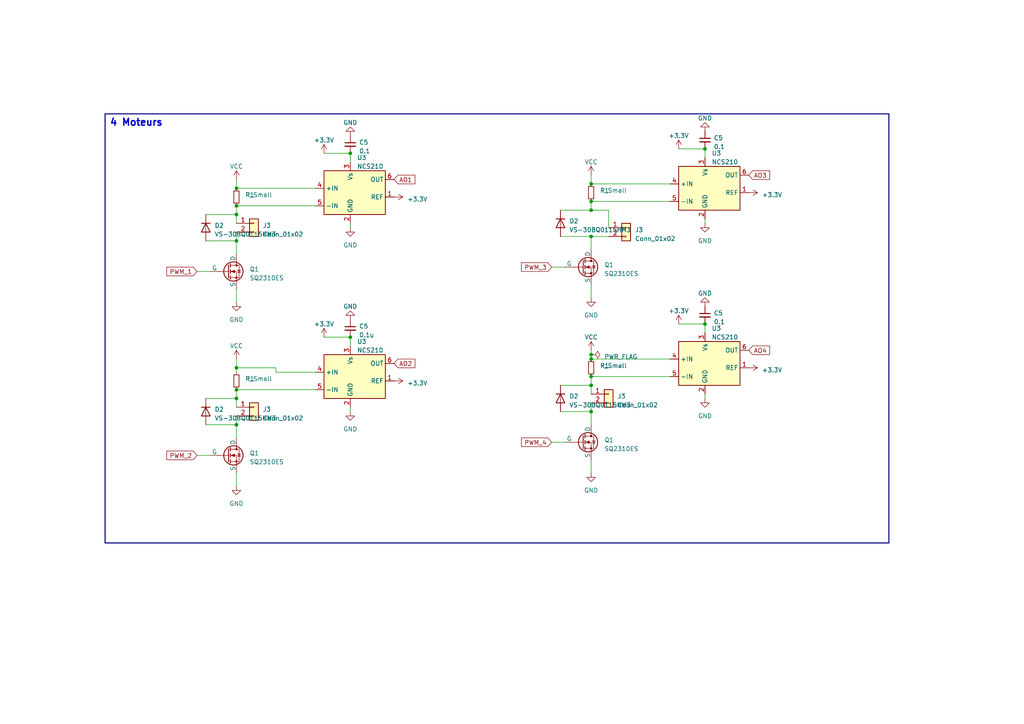
<source format=kicad_sch>
(kicad_sch (version 20230121) (generator eeschema)
  (paper "A4")
  (title_block (title "Les 4 Moteurs"))
  (lib_symbols
    (symbol "Amplifier_Current:NCS210"
      (property "Reference" "U" (at -7.62 8.89 0))
      (property "Value" "NCS210" (at 2.54 8.89 0))
      (symbol "NCS210_0_1"
        (rectangle (start -7.62 7.62) (end 10.16 -5.08) (stroke (width 0.254)) (fill (type background)))
      )
      (symbol "NCS210_1_1"
        (pin input line (at 12.7 0 180) (length 2.54) (name "REF") (number "1"))
        (pin power_in line (at 0 -7.62 90) (length 2.54) (name "GND") (number "2"))
        (pin power_in line (at 0 10.16 270) (length 2.54) (name "Vs") (number "3"))
        (pin input line (at -10.16 2.54 0) (length 2.54) (name "+IN") (number "4"))
        (pin input line (at -10.16 -2.54 0) (length 2.54) (name "-IN") (number "5"))
        (pin output line (at 12.7 5.08 180) (length 2.54) (name "OUT") (number "6"))
      )
    )
    (symbol "Connector_Generic:Conn_01x02" (pin_names (offset 1.016) hide)
      (property "Reference" "J" (at 0 2.54 0))
      (property "Value" "Conn_01x02" (at 0 -5.08 0))
      (symbol "Conn_01x02_1_1"
        (rectangle (start -1.27 -2.413) (end 0 -2.667) (stroke (width 0.1524)))
        (rectangle (start -1.27 0.127) (end 0 -0.127) (stroke (width 0.1524)))
        (rectangle (start -1.27 1.27) (end 1.27 -3.81) (stroke (width 0.254)) (fill (type background)))
        (pin passive line (at -5.08 0 0) (length 3.81) (name "Pin_1") (number "1"))
        (pin passive line (at -5.08 -2.54 0) (length 3.81) (name "Pin_2") (number "2"))
      )
    )
    (symbol "Device:C_Small" (pin_numbers hide) (pin_names (offset 0.254) hide)
      (property "Reference" "C" (at 0.254 1.778 0))
      (property "Value" "C_Small" (at 0.254 -2.032 0))
      (symbol "C_Small_0_1"
        (polyline (pts (xy -1.524 -0.508) (xy 1.524 -0.508)) (stroke (width 0.3302)))
        (polyline (pts (xy -1.524 0.508) (xy 1.524 0.508)) (stroke (width 0.3048)))
      )
      (symbol "C_Small_1_1"
        (pin passive line (at 0 2.54 270) (length 2.032) (name "~") (number "1"))
        (pin passive line (at 0 -2.54 90) (length 2.032) (name "~") (number "2"))
      )
    )
    (symbol "Device:R_Small" (pin_numbers hide) (pin_names (offset 0.254) hide)
      (property "Reference" "R" (at 0.762 0.508 0))
      (property "Value" "R_Small" (at 0.762 -1.016 0))
      (symbol "R_Small_0_1"
        (rectangle (start -0.762 1.778) (end 0.762 -1.778) (stroke (width 0.2032)))
      )
      (symbol "R_Small_1_1"
        (pin passive line (at 0 2.54 270) (length 0.762) (name "~") (number "1"))
        (pin passive line (at 0 -2.54 90) (length 0.762) (name "~") (number "2"))
      )
    )
    (symbol "Diode:1N5400" (pin_numbers hide) (pin_names hide)
      (property "Reference" "D" (at 0 2.54 0))
      (property "Value" "1N5400" (at 0 -2.54 0))
      (symbol "1N5400_0_1"
        (polyline (pts (xy -1.27 1.27) (xy -1.27 -1.27)) (stroke (width 0.254)))
        (polyline (pts (xy 1.27 0) (xy -1.27 0)))
        (polyline (pts (xy 1.27 1.27) (xy 1.27 -1.27) (xy -1.27 0) (xy 1.27 1.27)) (stroke (width 0.254)))
      )
      (symbol "1N5400_1_1"
        (pin passive line (at -3.81 0 0) (length 2.54) (name "K") (number "1"))
        (pin passive line (at 3.81 0 180) (length 2.54) (name "A") (number "2"))
      )
    )
    (symbol "Simulation_SPICE:NMOS" (pin_numbers hide) (pin_names (offset 0))
      (property "Reference" "Q" (at 5.08 1.27 0))
      (property "Value" "NMOS" (at 5.08 -1.27 0))
      (symbol "NMOS_0_1"
        (polyline (pts (xy 0.254 0) (xy -2.54 0)))
        (polyline (pts (xy 0.254 1.905) (xy 0.254 -1.905)) (stroke (width 0.254)))
        (polyline (pts (xy 0.762 -1.27) (xy 0.762 -2.286)) (stroke (width 0.254)))
        (polyline (pts (xy 0.762 0.508) (xy 0.762 -0.508)) (stroke (width 0.254)))
        (polyline (pts (xy 0.762 2.286) (xy 0.762 1.27)) (stroke (width 0.254)))
        (polyline (pts (xy 2.54 2.54) (xy 2.54 1.778)))
        (polyline (pts (xy 2.54 -2.54) (xy 2.54 0) (xy 0.762 0)))
        (polyline (pts (xy 0.762 -1.778) (xy 3.302 -1.778) (xy 3.302 1.778) (xy 0.762 1.778)))
        (polyline (pts (xy 1.016 0) (xy 2.032 0.381) (xy 2.032 -0.381) (xy 1.016 0)) (fill (type outline)))
        (polyline (pts (xy 2.794 0.508) (xy 2.921 0.381) (xy 3.683 0.381) (xy 3.81 0.254)))
        (polyline (pts (xy 3.302 0.381) (xy 2.921 -0.254) (xy 3.683 -0.254) (xy 3.302 0.381)))
        (circle (center 1.651 0) (radius 2.794) (stroke (width 0.254)))
        (circle (center 2.54 -1.778) (radius 0.254) (fill (type outline)))
        (circle (center 2.54 1.778) (radius 0.254) (fill (type outline)))
      )
      (symbol "NMOS_1_1"
        (pin passive line (at 2.54 5.08 270) (length 2.54) (name "D") (number "1"))
        (pin input line (at -5.08 0 0) (length 2.54) (name "G") (number "2"))
        (pin passive line (at 2.54 -5.08 90) (length 2.54) (name "S") (number "3"))
      )
    )
    (symbol "power:+3.3V" (power) (pin_names (offset 0))
      (property "Value" "+3.3V" (at 0 3.556 0))
      (symbol "+3.3V_0_1"
        (polyline (pts (xy -0.762 1.27) (xy 0 2.54)))
        (polyline (pts (xy 0 0) (xy 0 2.54)))
        (polyline (pts (xy 0 2.54) (xy 0.762 1.27)))
      )
      (symbol "+3.3V_1_1"
        (pin power_in line (at 0 0 90) (length 0) hide (name "+3.3V") (number "1"))
      )
    )
    (symbol "power:GND" (power) (pin_names (offset 0))
      (property "Value" "GND" (at 0 -3.81 0))
      (symbol "GND_0_1"
        (polyline (pts (xy 0 0) (xy 0 -1.27) (xy 1.27 -1.27) (xy 0 -2.54) (xy -1.27 -1.27) (xy 0 -1.27)))
      )
      (symbol "GND_1_1"
        (pin power_in line (at 0 0 270) (length 0) hide (name "GND") (number "1"))
      )
    )
    (symbol "power:PWR_FLAG" (power) (pin_numbers hide) (pin_names (offset 0) hide)
      (property "Value" "PWR_FLAG" (at 0 3.81 0))
      (symbol "PWR_FLAG_0_0"
        (pin power_out line (at 0 0 90) (length 0) (name "pwr") (number "1"))
      )
      (symbol "PWR_FLAG_0_1"
        (polyline (pts (xy 0 0) (xy 0 1.27) (xy -1.016 1.905) (xy 0 2.54) (xy 1.016 1.905) (xy 0 1.27)))
      )
    )
    (symbol "power:VCC" (power) (pin_names (offset 0))
      (property "Value" "VCC" (at 0 3.81 0))
      (symbol "VCC_0_1"
        (polyline (pts (xy -0.762 1.27) (xy 0 2.54)))
        (polyline (pts (xy 0 0) (xy 0 2.54)))
        (polyline (pts (xy 0 2.54) (xy 0.762 1.27)))
      )
      (symbol "VCC_1_1"
        (pin power_in line (at 0 0 90) (length 0) hide (name "VCC") (number "1"))
      )
    )
  )
  (junction (at 171.45 53.34))
  (junction (at 171.45 60.96))
  (junction (at 68.58 113.03))
  (junction (at 68.58 62.23))
  (junction (at 68.58 115.57))
  (junction (at 204.47 43.18))
  (junction (at 68.58 123.19))
  (junction (at 171.45 119.38))
  (junction (at 68.58 54.61))
  (junction (at 101.6 44.45))
  (junction (at 68.58 106.68))
  (junction (at 68.58 69.85))
  (junction (at 171.45 58.42))
  (junction (at 171.45 102.87))
  (junction (at 171.45 111.76))
  (junction (at 171.45 109.22))
  (junction (at 171.45 68.58))
  (junction (at 171.45 104.14))
  (junction (at 101.6 97.79))
  (junction (at 204.47 93.98))
  (junction (at 68.58 59.69))
  (wire (pts (xy 68.58 54.61) (xy 91.44 54.61)))
  (wire (pts (xy 68.58 62.23) (xy 68.58 64.77)))
  (wire (pts (xy 59.69 62.23) (xy 68.58 62.23)))
  (wire (pts (xy 171.45 109.22) (xy 171.45 111.76)))
  (wire (pts (xy 160.02 77.47) (xy 163.83 77.47)))
  (wire (pts (xy 68.58 113.03) (xy 91.44 113.03)))
  (wire (pts (xy 171.45 58.42) (xy 171.45 60.96)))
  (wire (pts (xy 68.58 69.85) (xy 68.58 73.66)))
  (wire (pts (xy 171.45 68.58) (xy 171.45 72.39)))
  (wire (pts (xy 80.01 107.95) (xy 80.01 106.68)))
  (wire (pts (xy 68.58 59.69) (xy 68.58 62.23)))
  (wire (pts (xy 171.45 53.34) (xy 194.31 53.34)))
  (wire (pts (xy 204.47 93.98) (xy 204.47 96.52)))
  (wire (pts (xy 196.85 43.18) (xy 204.47 43.18)))
  (wire (pts (xy 57.15 132.08) (xy 60.96 132.08)))
  (wire (pts (xy 171.45 102.87) (xy 171.45 104.14)))
  (wire (pts (xy 68.58 123.19) (xy 59.69 123.19)))
  (wire (pts (xy 171.45 104.14) (xy 194.31 104.14)))
  (wire (pts (xy 68.58 83.82) (xy 68.58 87.63)))
  (wire (pts (xy 171.45 133.35) (xy 171.45 137.16)))
  (wire (pts (xy 68.58 137.16) (xy 68.58 140.97)))
  (wire (pts (xy 204.47 114.3) (xy 204.47 115.57)))
  (wire (pts (xy 176.53 60.96) (xy 176.53 66.04)))
  (wire (pts (xy 171.45 109.22) (xy 194.31 109.22)))
  (wire (pts (xy 171.45 58.42) (xy 194.31 58.42)))
  (wire (pts (xy 162.56 111.76) (xy 171.45 111.76)))
  (wire (pts (xy 171.45 101.6) (xy 171.45 102.87)))
  (wire (pts (xy 91.44 107.95) (xy 80.01 107.95)))
  (wire (pts (xy 204.47 43.18) (xy 204.47 45.72)))
  (wire (pts (xy 80.01 106.68) (xy 68.58 106.68)))
  (bus (pts (xy 257.81 33.02) (xy 257.81 157.48)))
  (wire (pts (xy 176.53 60.96) (xy 171.45 60.96)))
  (wire (pts (xy 196.85 93.98) (xy 204.47 93.98)))
  (wire (pts (xy 160.02 128.27) (xy 163.83 128.27)))
  (wire (pts (xy 93.98 44.45) (xy 101.6 44.45)))
  (wire (pts (xy 68.58 120.65) (xy 68.58 123.19)))
  (wire (pts (xy 68.58 113.03) (xy 68.58 115.57)))
  (wire (pts (xy 101.6 64.77) (xy 101.6 66.04)))
  (wire (pts (xy 59.69 115.57) (xy 68.58 115.57)))
  (wire (pts (xy 171.45 68.58) (xy 162.56 68.58)))
  (wire (pts (xy 57.15 78.74) (xy 60.96 78.74)))
  (wire (pts (xy 68.58 67.31) (xy 68.58 69.85)))
  (wire (pts (xy 101.6 118.11) (xy 101.6 119.38)))
  (wire (pts (xy 68.58 69.85) (xy 59.69 69.85)))
  (wire (pts (xy 68.58 59.69) (xy 91.44 59.69)))
  (bus (pts (xy 257.81 157.48) (xy 30.48 157.48)))
  (wire (pts (xy 68.58 52.07) (xy 68.58 54.61)))
  (wire (pts (xy 93.98 97.79) (xy 101.6 97.79)))
  (wire (pts (xy 171.45 119.38) (xy 171.45 123.19)))
  (wire (pts (xy 171.45 111.76) (xy 171.45 114.3)))
  (wire (pts (xy 68.58 106.68) (xy 68.58 107.95)))
  (wire (pts (xy 68.58 123.19) (xy 68.58 127)))
  (wire (pts (xy 176.53 68.58) (xy 171.45 68.58)))
  (wire (pts (xy 171.45 119.38) (xy 162.56 119.38)))
  (wire (pts (xy 68.58 104.14) (xy 68.58 106.68)))
  (wire (pts (xy 171.45 82.55) (xy 171.45 86.36)))
  (wire (pts (xy 68.58 115.57) (xy 68.58 118.11)))
  (bus (pts (xy 30.48 33.02) (xy 257.81 33.02)))
  (wire (pts (xy 101.6 97.79) (xy 101.6 100.33)))
  (wire (pts (xy 171.45 50.8) (xy 171.45 53.34)))
  (wire (pts (xy 101.6 44.45) (xy 101.6 46.99)))
  (bus (pts (xy 30.48 157.48) (xy 30.48 33.02)))
  (wire (pts (xy 171.45 116.84) (xy 171.45 119.38)))
  (wire (pts (xy 162.56 60.96) (xy 171.45 60.96)))
  (wire (pts (xy 204.47 63.5) (xy 204.47 64.77)))
  (text "4 Moteurs\n" (at 31.75 36.83 0) (effects (font (size 2 2) (thickness 0.4) bold) (justify left bottom)))
  (global_label "PWM_4" (shape input) (at 160.02 128.27 180) (property "Intersheetrefs" "${INTERSHEET_REFS}" (effects hide)))
  (global_label "AO2" (shape input) (at 114.3 105.41 0) (property "Intersheetrefs" "${INTERSHEET_REFS}" (effects hide)))
  (global_label "PWM_2" (shape input) (at 57.15 132.08 180) (property "Intersheetrefs" "${INTERSHEET_REFS}" (effects hide)))
  (global_label "AO1" (shape input) (at 114.3 52.07 0) (property "Intersheetrefs" "${INTERSHEET_REFS}" (effects hide)))
  (global_label "PWM_3" (shape input) (at 160.02 77.47 180) (property "Intersheetrefs" "${INTERSHEET_REFS}" (effects hide)))
  (global_label "AO4" (shape input) (at 217.17 101.6 0) (property "Intersheetrefs" "${INTERSHEET_REFS}" (effects hide)))
  (global_label "AO3" (shape input) (at 217.17 50.8 0) (property "Intersheetrefs" "${INTERSHEET_REFS}" (effects hide)))
  (global_label "PWM_1" (shape input) (at 57.15 78.74 180) (property "Intersheetrefs" "${INTERSHEET_REFS}" (effects hide)))
  (symbol (lib_id "Device:C_Small") (at 204.47 40.64 0) (unit 1)
    (property "Reference" "C5" (at 207.01 40.0113 0) (effects (justify left)))
    (property "Value" "0.1" (at 207.01 42.5513 0) (effects (justify left)))
    (property "Footprint" "Capacitor_SMD:C_0603_1608Metric_Pad1.08x0.95mm_HandSolder" (effects hide))
    (instances (project "PCBschematic" (path "" (reference "C5") (unit 1)) (path "" (reference "C9") (unit 1))))
  )
  (symbol (lib_id "Diode:1N5400") (at 162.56 64.77 270) (unit 1)
    (property "Reference" "D2" (at 165.1 64.135 90) (effects (justify left)))
    (property "Value" "VS-30BQ0115HM3" (at 165.1 66.675 90) (effects (justify left)))
    (property "Footprint" "Diode_SMD:D_0603_1608Metric_Pad1.05x0.95mm_HandSolder" (effects hide))
    (property "Datasheet" "http://www.vishay.com/docs/88516/1n5400.pdf" (effects hide))
    (property "Sim.Device" "D" (effects hide))
    (property "Sim.Pins" "1=K 2=A" (effects hide))
    (instances (project "PCBschematic" (path "" (reference "D2") (unit 1)) (path "" (reference "D6") (unit 1))))
  )
  (symbol (lib_id "Device:R_Small") (at 68.58 110.49 0) (unit 1)
    (property "Reference" "R1" (at 71.12 109.855 0) (effects (justify left)))
    (property "Value" "R_Small" (at 71.12 109.855 0) (effects (justify left)))
    (property "Footprint" "Resistor_SMD:R_0603_1608Metric_Pad0.98x0.95mm_HandSolder" (effects hide))
    (instances (project "PCBschematic" (path "" (reference "R1") (unit 1)) (path "" (reference "R6") (unit 1))))
  )
  (symbol (lib_id "Diode:1N5400") (at 59.69 66.04 270) (unit 1)
    (property "Reference" "D2" (at 62.23 65.405 90) (effects (justify left)))
    (property "Value" "VS-30BQ0115HM3" (at 62.23 67.945 90) (effects (justify left)))
    (property "Footprint" "Diode_SMD:D_0603_1608Metric_Pad1.05x0.95mm_HandSolder" (effects hide))
    (property "Datasheet" "http://www.vishay.com/docs/88516/1n5400.pdf" (effects hide))
    (property "Sim.Device" "D" (effects hide))
    (property "Sim.Pins" "1=K 2=A" (effects hide))
    (instances (project "PCBschematic" (path "" (reference "D2") (unit 1)) (path "" (reference "D1") (unit 1))))
  )
  (symbol (lib_id "power:+3.3V") (at 196.85 93.98 0) (unit 1)
    (property "Reference" "#PWR05" (effects hide))
    (property "Value" "+3.3V" (at 196.85 90.17 0))
    (instances (project "PCBschematic" (path "" (reference "#PWR05") (unit 1)) (path "" (reference "#PWR041") (unit 1))))
  )
  (symbol (lib_id "Simulation_SPICE:NMOS") (at 168.91 128.27 0) (unit 1)
    (property "Reference" "Q1" (at 175.26 127.635 0) (effects (justify left)))
    (property "Value" "SQ2310ES" (at 175.26 130.175 0) (effects (justify left)))
    (property "Footprint" "Transistor_Power_Module:Littelfuse_Package_H_XBN2MM" (effects hide))
    (property "Datasheet" "https://ngspice.sourceforge.io/docs/ngspice-manual.pdf" (effects hide))
    (property "Sim.Device" "NMOS" (effects hide))
    (property "Sim.Type" "VDMOS" (effects hide))
    (property "Sim.Pins" "1=D 2=G 3=S" (effects hide))
    (instances (project "PCBschematic" (path "" (reference "Q1") (unit 1)) (path "" (reference "Q4") (unit 1))))
  )
  (symbol (lib_id "Amplifier_Current:NCS210") (at 204.47 106.68 0) (unit 1)
    (property "Reference" "U3" (at 206.4259 95.25 0) (effects (justify left)))
    (property "Value" "NCS210" (at 206.4259 97.79 0) (effects (justify left)))
    (property "Footprint" "Package_TO_SOT_SMD:SOT-363_SC-70-6" (effects hide))
    (property "Datasheet" "https://www.onsemi.com/pub/Collateral/NCS210R-D.PDF" (effects hide))
    (instances (project "PCBschematic" (path "" (reference "U3") (unit 1)) (path "" (reference "U5") (unit 1))))
  )
  (symbol (lib_id "power:GND") (at 171.45 137.16 0) (unit 1)
    (property "Reference" "#PWR02" (effects hide))
    (property "Value" "GND" (at 171.45 142.24 0))
    (instances (project "PCBschematic" (path "" (reference "#PWR02") (unit 1)) (path "" (reference "#PWR040") (unit 1))))
  )
  (symbol (lib_id "Diode:1N5400") (at 59.69 119.38 270) (unit 1)
    (property "Reference" "D2" (at 62.23 118.745 90) (effects (justify left)))
    (property "Value" "VS-30BQ0115HM3" (at 62.23 121.285 90) (effects (justify left)))
    (property "Footprint" "Diode_SMD:D_0603_1608Metric_Pad1.05x0.95mm_HandSolder" (effects hide))
    (property "Datasheet" "http://www.vishay.com/docs/88516/1n5400.pdf" (effects hide))
    (property "Sim.Device" "D" (effects hide))
    (property "Sim.Pins" "1=K 2=A" (effects hide))
    (instances (project "PCBschematic" (path "" (reference "D2") (unit 1)) (path "" (reference "D5") (unit 1))))
  )
  (symbol (lib_id "Connector_Generic:Conn_01x02") (at 181.61 66.04 0) (unit 1)
    (property "Reference" "J3" (at 184.15 66.675 0) (effects (justify left)))
    (property "Value" "Conn_01x02" (at 184.15 69.215 0) (effects (justify left)))
    (property "Footprint" "Connector_JST:JST_XH_B2B-XH-A_1x02_P2.50mm_Vertical" (effects hide))
    (instances (project "PCBschematic" (path "" (reference "J3") (unit 1)) (path "" (reference "J6") (unit 1))))
  )
  (symbol (lib_id "Amplifier_Current:NCS210") (at 204.47 55.88 0) (unit 1)
    (property "Reference" "U3" (at 206.4259 44.45 0) (effects (justify left)))
    (property "Value" "NCS210" (at 206.4259 46.99 0) (effects (justify left)))
    (property "Footprint" "Package_TO_SOT_SMD:SOT-363_SC-70-6" (effects hide))
    (property "Datasheet" "https://www.onsemi.com/pub/Collateral/NCS210R-D.PDF" (effects hide))
    (instances (project "PCBschematic" (path "" (reference "U3") (unit 1)) (path "" (reference "U4") (unit 1))))
  )
  (symbol (lib_id "power:GND") (at 204.47 38.1 180) (unit 1)
    (property "Reference" "#PWR036" (effects hide))
    (property "Value" "GND" (at 204.47 34.29 0))
  )
  (symbol (lib_id "power:GND") (at 204.47 64.77 0) (unit 1)
    (property "Reference" "#PWR04" (effects hide))
    (property "Value" "GND" (at 204.47 69.85 0))
    (instances (project "PCBschematic" (path "" (reference "#PWR04") (unit 1)) (path "" (reference "#PWR037") (unit 1))))
  )
  (symbol (lib_id "Device:C_Small") (at 204.47 91.44 0) (unit 1)
    (property "Reference" "C5" (at 207.01 90.8113 0) (effects (justify left)))
    (property "Value" "0.1" (at 207.01 93.3513 0) (effects (justify left)))
    (property "Footprint" "Capacitor_SMD:C_0603_1608Metric_Pad1.08x0.95mm_HandSolder" (effects hide))
    (instances (project "PCBschematic" (path "" (reference "C5") (unit 1)) (path "" (reference "C10") (unit 1))))
  )
  (symbol (lib_id "power:+3.3V") (at 114.3 57.15 270) (unit 1)
    (property "Reference" "#PWR05" (effects hide))
    (property "Value" "+3.3V" (at 118.11 57.785 90) (effects (justify left)))
    (instances (project "PCBschematic" (path "" (reference "#PWR05") (unit 1)) (path "" (reference "#PWR026") (unit 1))))
  )
  (symbol (lib_id "Simulation_SPICE:NMOS") (at 66.04 132.08 0) (unit 1)
    (property "Reference" "Q1" (at 72.39 131.445 0) (effects (justify left)))
    (property "Value" "SQ2310ES" (at 72.39 133.985 0) (effects (justify left)))
    (property "Footprint" "Transistor_Power_Module:Littelfuse_Package_H_XBN2MM" (effects hide))
    (property "Datasheet" "https://ngspice.sourceforge.io/docs/ngspice-manual.pdf" (effects hide))
    (property "Sim.Device" "NMOS" (effects hide))
    (property "Sim.Type" "VDMOS" (effects hide))
    (property "Sim.Pins" "1=D 2=G 3=S" (effects hide))
    (instances (project "PCBschematic" (path "" (reference "Q1") (unit 1)) (path "" (reference "Q2") (unit 1))))
  )
  (symbol (lib_id "Amplifier_Current:NCS210") (at 101.6 57.15 0) (unit 1)
    (property "Reference" "U3" (at 103.5559 45.72 0) (effects (justify left)))
    (property "Value" "NCS210" (at 103.5559 48.26 0) (effects (justify left)))
    (property "Footprint" "Package_TO_SOT_SMD:SOT-363_SC-70-6" (effects hide))
    (property "Datasheet" "https://www.onsemi.com/pub/Collateral/NCS210R-D.PDF" (effects hide))
    (instances (project "PCBschematic" (path "" (reference "U3") (unit 1)) (path "" (reference "U2") (unit 1))))
  )
  (symbol (lib_id "power:GND") (at 101.6 66.04 0) (unit 1)
    (property "Reference" "#PWR04" (effects hide))
    (property "Value" "GND" (at 101.6 71.12 0))
  )
  (symbol (lib_id "Device:C_Small") (at 101.6 95.25 0) (unit 1)
    (property "Reference" "C5" (at 104.14 94.6213 0) (effects (justify left)))
    (property "Value" "0.1u" (at 104.14 97.1613 0) (effects (justify left)))
    (property "Footprint" "Capacitor_SMD:C_0603_1608Metric_Pad1.08x0.95mm_HandSolder" (effects hide))
    (instances (project "PCBschematic" (path "" (reference "C5") (unit 1)) (path "" (reference "C8") (unit 1))))
  )
  (symbol (lib_id "Device:R_Small") (at 171.45 55.88 0) (unit 1)
    (property "Reference" "R1" (at 173.99 55.245 0) (effects (justify left)))
    (property "Value" "R_Small" (at 173.99 55.245 0) (effects (justify left)))
    (property "Footprint" "Resistor_SMD:R_0603_1608Metric_Pad0.98x0.95mm_HandSolder" (effects hide))
    (instances (project "PCBschematic" (path "" (reference "R1") (unit 1)) (path "" (reference "R7") (unit 1))))
  )
  (symbol (lib_id "power:+3.3V") (at 196.85 43.18 0) (unit 1)
    (property "Reference" "#PWR05" (effects hide))
    (property "Value" "+3.3V" (at 196.85 39.37 0))
    (instances (project "PCBschematic" (path "" (reference "#PWR05") (unit 1)) (path "" (reference "#PWR035") (unit 1))))
  )
  (symbol (lib_id "power:GND") (at 101.6 92.71 180) (unit 1)
    (property "Reference" "#PWR030" (effects hide))
    (property "Value" "GND" (at 101.6 88.9 0))
  )
  (symbol (lib_id "power:VCC") (at 171.45 50.8 0) (unit 1)
    (property "Reference" "#PWR03" (effects hide))
    (property "Value" "VCC" (at 171.45 46.99 0))
    (instances (project "PCBschematic" (path "" (reference "#PWR03") (unit 1)) (path "" (reference "#PWR033") (unit 1))))
  )
  (symbol (lib_id "Connector_Generic:Conn_01x02") (at 176.53 114.3 0) (unit 1)
    (property "Reference" "J3" (at 179.07 114.935 0) (effects (justify left)))
    (property "Value" "Conn_01x02" (at 179.07 117.475 0) (effects (justify left)))
    (property "Footprint" "Connector_JST:JST_XH_B2B-XH-A_1x02_P2.50mm_Vertical" (effects hide))
    (instances (project "PCBschematic" (path "" (reference "J3") (unit 1)) (path "" (reference "J7") (unit 1))))
  )
  (symbol (lib_id "Connector_Generic:Conn_01x02") (at 73.66 64.77 0) (unit 1)
    (property "Reference" "J3" (at 76.2 65.405 0) (effects (justify left)))
    (property "Value" "Conn_01x02" (at 76.2 67.945 0) (effects (justify left)))
    (property "Footprint" "Connector_JST:JST_XH_B2B-XH-A_1x02_P2.50mm_Vertical" (effects hide))
  )
  (symbol (lib_id "Simulation_SPICE:NMOS") (at 66.04 78.74 0) (unit 1)
    (property "Reference" "Q1" (at 72.39 78.105 0) (effects (justify left)))
    (property "Value" "SQ2310ES" (at 72.39 80.645 0) (effects (justify left)))
    (property "Footprint" "Transistor_Power_Module:Littelfuse_Package_H_XBN2MM" (effects hide))
    (property "Datasheet" "https://ngspice.sourceforge.io/docs/ngspice-manual.pdf" (effects hide))
    (property "Sim.Device" "NMOS" (effects hide))
    (property "Sim.Type" "VDMOS" (effects hide))
    (property "Sim.Pins" "1=D 2=G 3=S" (effects hide))
  )
  (symbol (lib_id "power:GND") (at 101.6 119.38 0) (unit 1)
    (property "Reference" "#PWR04" (effects hide))
    (property "Value" "GND" (at 101.6 124.46 0))
    (instances (project "PCBschematic" (path "" (reference "#PWR04") (unit 1)) (path "" (reference "#PWR031") (unit 1))))
  )
  (symbol (lib_id "Simulation_SPICE:NMOS") (at 168.91 77.47 0) (unit 1)
    (property "Reference" "Q1" (at 175.26 76.835 0) (effects (justify left)))
    (property "Value" "SQ2310ES" (at 175.26 79.375 0) (effects (justify left)))
    (property "Footprint" "Transistor_Power_Module:Littelfuse_Package_H_XBN2MM" (effects hide))
    (property "Datasheet" "https://ngspice.sourceforge.io/docs/ngspice-manual.pdf" (effects hide))
    (property "Sim.Device" "NMOS" (effects hide))
    (property "Sim.Type" "VDMOS" (effects hide))
    (property "Sim.Pins" "1=D 2=G 3=S" (effects hide))
    (instances (project "PCBschematic" (path "" (reference "Q1") (unit 1)) (path "" (reference "Q3") (unit 1))))
  )
  (symbol (lib_id "Device:C_Small") (at 101.6 41.91 0) (unit 1)
    (property "Reference" "C5" (at 104.14 41.2813 0) (effects (justify left)))
    (property "Value" "0.1" (at 104.14 43.8213 0) (effects (justify left)))
    (property "Footprint" "Capacitor_SMD:C_0603_1608Metric_Pad1.08x0.95mm_HandSolder" (effects hide))
    (instances (project "PCBschematic" (path "" (reference "C5") (unit 1)) (path "" (reference "C7") (unit 1))))
  )
  (symbol (lib_id "power:PWR_FLAG") (at 171.45 102.87 270) (unit 1)
    (property "Reference" "#FLG02" (effects hide))
    (property "Value" "PWR_FLAG" (at 175.26 103.505 90) (effects (justify left)))
    (instances (project "PCBschematic" (path "" (reference "#FLG02") (unit 1)) (path "" (reference "#FLG03") (unit 1))))
  )
  (symbol (lib_id "power:GND") (at 68.58 87.63 0) (unit 1)
    (property "Reference" "#PWR02" (effects hide))
    (property "Value" "GND" (at 68.58 92.71 0))
    (instances (project "PCBschematic" (path "" (reference "#PWR02") (unit 1)) (path "" (reference "#PWR03") (unit 1))))
  )
  (symbol (lib_id "Device:R_Small") (at 171.45 106.68 0) (unit 1)
    (property "Reference" "R1" (at 173.99 106.045 0) (effects (justify left)))
    (property "Value" "R_Small" (at 173.99 106.045 0) (effects (justify left)))
    (property "Footprint" "Resistor_SMD:R_0603_1608Metric_Pad0.98x0.95mm_HandSolder" (effects hide))
    (instances (project "PCBschematic" (path "" (reference "R1") (unit 1)) (path "" (reference "R8") (unit 1))))
  )
  (symbol (lib_id "power:+3.3V") (at 217.17 55.88 270) (unit 1)
    (property "Reference" "#PWR05" (effects hide))
    (property "Value" "+3.3V" (at 220.98 56.515 90) (effects (justify left)))
    (instances (project "PCBschematic" (path "" (reference "#PWR05") (unit 1)) (path "" (reference "#PWR038") (unit 1))))
  )
  (symbol (lib_id "Amplifier_Current:NCS210") (at 101.6 110.49 0) (unit 1)
    (property "Reference" "U3" (at 103.5559 99.06 0) (effects (justify left)))
    (property "Value" "NCS210" (at 103.5559 101.6 0) (effects (justify left)))
    (property "Footprint" "Package_TO_SOT_SMD:SOT-363_SC-70-6" (effects hide))
    (property "Datasheet" "https://www.onsemi.com/pub/Collateral/NCS210R-D.PDF" (effects hide))
  )
  (symbol (lib_id "power:GND") (at 68.58 140.97 0) (unit 1)
    (property "Reference" "#PWR02" (effects hide))
    (property "Value" "GND" (at 68.58 146.05 0))
    (instances (project "PCBschematic" (path "" (reference "#PWR02") (unit 1)) (path "" (reference "#PWR028") (unit 1))))
  )
  (symbol (lib_id "Connector_Generic:Conn_01x02") (at 73.66 118.11 0) (unit 1)
    (property "Reference" "J3" (at 76.2 118.745 0) (effects (justify left)))
    (property "Value" "Conn_01x02" (at 76.2 121.285 0) (effects (justify left)))
    (property "Footprint" "Connector_JST:JST_XH_B2B-XH-A_1x02_P2.50mm_Vertical" (effects hide))
    (instances (project "PCBschematic" (path "" (reference "J3") (unit 1)) (path "" (reference "J5") (unit 1))))
  )
  (symbol (lib_id "power:+3.3V") (at 114.3 110.49 270) (unit 1)
    (property "Reference" "#PWR05" (effects hide))
    (property "Value" "+3.3V" (at 118.11 111.125 90) (effects (justify left)))
    (instances (project "PCBschematic" (path "" (reference "#PWR05") (unit 1)) (path "" (reference "#PWR032") (unit 1))))
  )
  (symbol (lib_id "power:VCC") (at 68.58 52.07 0) (unit 1)
    (property "Reference" "#PWR03" (effects hide))
    (property "Value" "VCC" (at 68.58 48.26 0))
    (instances (project "PCBschematic" (path "" (reference "#PWR03") (unit 1)) (path "" (reference "#PWR02") (unit 1))))
  )
  (symbol (lib_id "power:GND") (at 101.6 39.37 180) (unit 1)
    (property "Reference" "#PWR024" (effects hide))
    (property "Value" "GND" (at 101.6 35.56 0))
  )
  (symbol (lib_id "power:+3.3V") (at 217.17 106.68 270) (unit 1)
    (property "Reference" "#PWR05" (effects hide))
    (property "Value" "+3.3V" (at 220.98 107.315 90) (effects (justify left)))
    (instances (project "PCBschematic" (path "" (reference "#PWR05") (unit 1)) (path "" (reference "#PWR044") (unit 1))))
  )
  (symbol (lib_id "Device:R_Small") (at 68.58 57.15 0) (unit 1)
    (property "Reference" "R1" (at 71.12 56.515 0) (effects (justify left)))
    (property "Value" "R_Small" (at 71.12 56.515 0) (effects (justify left)))
    (property "Footprint" "Resistor_SMD:R_0603_1608Metric_Pad0.98x0.95mm_HandSolder" (effects hide))
  )
  (symbol (lib_id "power:+3.3V") (at 93.98 44.45 0) (unit 1)
    (property "Reference" "#PWR05" (effects hide))
    (property "Value" "+3.3V" (at 93.98 40.64 0))
    (instances (project "PCBschematic" (path "" (reference "#PWR05") (unit 1)) (path "" (reference "#PWR025") (unit 1))))
  )
  (symbol (lib_id "power:GND") (at 171.45 86.36 0) (unit 1)
    (property "Reference" "#PWR02" (effects hide))
    (property "Value" "GND" (at 171.45 91.44 0))
    (instances (project "PCBschematic" (path "" (reference "#PWR02") (unit 1)) (path "" (reference "#PWR034") (unit 1))))
  )
  (symbol (lib_id "Diode:1N5400") (at 162.56 115.57 270) (unit 1)
    (property "Reference" "D2" (at 165.1 114.935 90) (effects (justify left)))
    (property "Value" "VS-30BQ0115HM3" (at 165.1 117.475 90) (effects (justify left)))
    (property "Footprint" "Diode_SMD:D_0603_1608Metric_Pad1.05x0.95mm_HandSolder" (effects hide))
    (property "Datasheet" "http://www.vishay.com/docs/88516/1n5400.pdf" (effects hide))
    (property "Sim.Device" "D" (effects hide))
    (property "Sim.Pins" "1=K 2=A" (effects hide))
    (instances (project "PCBschematic" (path "" (reference "D2") (unit 1)) (path "" (reference "D7") (unit 1))))
  )
  (symbol (lib_id "power:VCC") (at 68.58 104.14 0) (unit 1)
    (property "Reference" "#PWR03" (effects hide))
    (property "Value" "VCC" (at 68.58 100.33 0))
    (instances (project "PCBschematic" (path "" (reference "#PWR03") (unit 1)) (path "" (reference "#PWR027") (unit 1))))
  )
  (symbol (lib_id "power:GND") (at 204.47 115.57 0) (unit 1)
    (property "Reference" "#PWR04" (effects hide))
    (property "Value" "GND" (at 204.47 120.65 0))
    (instances (project "PCBschematic" (path "" (reference "#PWR04") (unit 1)) (path "" (reference "#PWR043") (unit 1))))
  )
  (symbol (lib_id "power:+3.3V") (at 93.98 97.79 0) (unit 1)
    (property "Reference" "#PWR05" (effects hide))
    (property "Value" "+3.3V" (at 93.98 93.98 0))
    (instances (project "PCBschematic" (path "" (reference "#PWR05") (unit 1)) (path "" (reference "#PWR029") (unit 1))))
  )
  (symbol (lib_id "power:VCC") (at 171.45 101.6 0) (unit 1)
    (property "Reference" "#PWR03" (effects hide))
    (property "Value" "VCC" (at 171.45 97.79 0))
    (instances (project "PCBschematic" (path "" (reference "#PWR03") (unit 1)) (path "" (reference "#PWR039") (unit 1))))
  )
  (symbol (lib_id "power:GND") (at 204.47 88.9 180) (unit 1)
    (property "Reference" "#PWR042" (effects hide))
    (property "Value" "GND" (at 204.47 85.09 0))
  )
)
</source>
